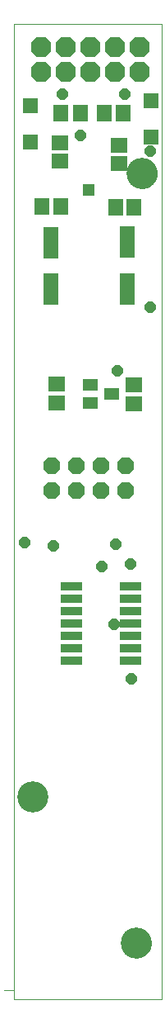
<source format=gbs>
G75*
%MOIN*%
%OFA0B0*%
%FSLAX25Y25*%
%IPPOS*%
%LPD*%
%AMOC8*
5,1,8,0,0,1.08239X$1,22.5*
%
%ADD10C,0.00000*%
%ADD11C,0.12611*%
%ADD12R,0.06312X0.12611*%
%ADD13R,0.05918X0.07099*%
%ADD14R,0.05918X0.06706*%
%ADD15R,0.06312X0.06312*%
%ADD16R,0.08800X0.03400*%
%ADD17OC8,0.08200*%
%ADD18R,0.06706X0.05918*%
%ADD19R,0.06312X0.04737*%
%ADD20OC8,0.06800*%
%ADD21R,0.04762X0.04762*%
%ADD22OC8,0.04369*%
D10*
X0065737Y0017548D02*
X0069674Y0017548D01*
X0069713Y0013611D02*
X0069713Y0407312D01*
X0129713Y0407312D01*
X0129713Y0013611D01*
X0069713Y0013611D01*
X0071485Y0095501D02*
X0071487Y0095654D01*
X0071493Y0095808D01*
X0071503Y0095961D01*
X0071517Y0096113D01*
X0071535Y0096266D01*
X0071557Y0096417D01*
X0071582Y0096568D01*
X0071612Y0096719D01*
X0071646Y0096869D01*
X0071683Y0097017D01*
X0071724Y0097165D01*
X0071769Y0097311D01*
X0071818Y0097457D01*
X0071871Y0097601D01*
X0071927Y0097743D01*
X0071987Y0097884D01*
X0072051Y0098024D01*
X0072118Y0098162D01*
X0072189Y0098298D01*
X0072264Y0098432D01*
X0072341Y0098564D01*
X0072423Y0098694D01*
X0072507Y0098822D01*
X0072595Y0098948D01*
X0072686Y0099071D01*
X0072780Y0099192D01*
X0072878Y0099310D01*
X0072978Y0099426D01*
X0073082Y0099539D01*
X0073188Y0099650D01*
X0073297Y0099758D01*
X0073409Y0099863D01*
X0073523Y0099964D01*
X0073641Y0100063D01*
X0073760Y0100159D01*
X0073882Y0100252D01*
X0074007Y0100341D01*
X0074134Y0100428D01*
X0074263Y0100510D01*
X0074394Y0100590D01*
X0074527Y0100666D01*
X0074662Y0100739D01*
X0074799Y0100808D01*
X0074938Y0100873D01*
X0075078Y0100935D01*
X0075220Y0100993D01*
X0075363Y0101048D01*
X0075508Y0101099D01*
X0075654Y0101146D01*
X0075801Y0101189D01*
X0075949Y0101228D01*
X0076098Y0101264D01*
X0076248Y0101295D01*
X0076399Y0101323D01*
X0076550Y0101347D01*
X0076703Y0101367D01*
X0076855Y0101383D01*
X0077008Y0101395D01*
X0077161Y0101403D01*
X0077314Y0101407D01*
X0077468Y0101407D01*
X0077621Y0101403D01*
X0077774Y0101395D01*
X0077927Y0101383D01*
X0078079Y0101367D01*
X0078232Y0101347D01*
X0078383Y0101323D01*
X0078534Y0101295D01*
X0078684Y0101264D01*
X0078833Y0101228D01*
X0078981Y0101189D01*
X0079128Y0101146D01*
X0079274Y0101099D01*
X0079419Y0101048D01*
X0079562Y0100993D01*
X0079704Y0100935D01*
X0079844Y0100873D01*
X0079983Y0100808D01*
X0080120Y0100739D01*
X0080255Y0100666D01*
X0080388Y0100590D01*
X0080519Y0100510D01*
X0080648Y0100428D01*
X0080775Y0100341D01*
X0080900Y0100252D01*
X0081022Y0100159D01*
X0081141Y0100063D01*
X0081259Y0099964D01*
X0081373Y0099863D01*
X0081485Y0099758D01*
X0081594Y0099650D01*
X0081700Y0099539D01*
X0081804Y0099426D01*
X0081904Y0099310D01*
X0082002Y0099192D01*
X0082096Y0099071D01*
X0082187Y0098948D01*
X0082275Y0098822D01*
X0082359Y0098694D01*
X0082441Y0098564D01*
X0082518Y0098432D01*
X0082593Y0098298D01*
X0082664Y0098162D01*
X0082731Y0098024D01*
X0082795Y0097884D01*
X0082855Y0097743D01*
X0082911Y0097601D01*
X0082964Y0097457D01*
X0083013Y0097311D01*
X0083058Y0097165D01*
X0083099Y0097017D01*
X0083136Y0096869D01*
X0083170Y0096719D01*
X0083200Y0096568D01*
X0083225Y0096417D01*
X0083247Y0096266D01*
X0083265Y0096113D01*
X0083279Y0095961D01*
X0083289Y0095808D01*
X0083295Y0095654D01*
X0083297Y0095501D01*
X0083295Y0095348D01*
X0083289Y0095194D01*
X0083279Y0095041D01*
X0083265Y0094889D01*
X0083247Y0094736D01*
X0083225Y0094585D01*
X0083200Y0094434D01*
X0083170Y0094283D01*
X0083136Y0094133D01*
X0083099Y0093985D01*
X0083058Y0093837D01*
X0083013Y0093691D01*
X0082964Y0093545D01*
X0082911Y0093401D01*
X0082855Y0093259D01*
X0082795Y0093118D01*
X0082731Y0092978D01*
X0082664Y0092840D01*
X0082593Y0092704D01*
X0082518Y0092570D01*
X0082441Y0092438D01*
X0082359Y0092308D01*
X0082275Y0092180D01*
X0082187Y0092054D01*
X0082096Y0091931D01*
X0082002Y0091810D01*
X0081904Y0091692D01*
X0081804Y0091576D01*
X0081700Y0091463D01*
X0081594Y0091352D01*
X0081485Y0091244D01*
X0081373Y0091139D01*
X0081259Y0091038D01*
X0081141Y0090939D01*
X0081022Y0090843D01*
X0080900Y0090750D01*
X0080775Y0090661D01*
X0080648Y0090574D01*
X0080519Y0090492D01*
X0080388Y0090412D01*
X0080255Y0090336D01*
X0080120Y0090263D01*
X0079983Y0090194D01*
X0079844Y0090129D01*
X0079704Y0090067D01*
X0079562Y0090009D01*
X0079419Y0089954D01*
X0079274Y0089903D01*
X0079128Y0089856D01*
X0078981Y0089813D01*
X0078833Y0089774D01*
X0078684Y0089738D01*
X0078534Y0089707D01*
X0078383Y0089679D01*
X0078232Y0089655D01*
X0078079Y0089635D01*
X0077927Y0089619D01*
X0077774Y0089607D01*
X0077621Y0089599D01*
X0077468Y0089595D01*
X0077314Y0089595D01*
X0077161Y0089599D01*
X0077008Y0089607D01*
X0076855Y0089619D01*
X0076703Y0089635D01*
X0076550Y0089655D01*
X0076399Y0089679D01*
X0076248Y0089707D01*
X0076098Y0089738D01*
X0075949Y0089774D01*
X0075801Y0089813D01*
X0075654Y0089856D01*
X0075508Y0089903D01*
X0075363Y0089954D01*
X0075220Y0090009D01*
X0075078Y0090067D01*
X0074938Y0090129D01*
X0074799Y0090194D01*
X0074662Y0090263D01*
X0074527Y0090336D01*
X0074394Y0090412D01*
X0074263Y0090492D01*
X0074134Y0090574D01*
X0074007Y0090661D01*
X0073882Y0090750D01*
X0073760Y0090843D01*
X0073641Y0090939D01*
X0073523Y0091038D01*
X0073409Y0091139D01*
X0073297Y0091244D01*
X0073188Y0091352D01*
X0073082Y0091463D01*
X0072978Y0091576D01*
X0072878Y0091692D01*
X0072780Y0091810D01*
X0072686Y0091931D01*
X0072595Y0092054D01*
X0072507Y0092180D01*
X0072423Y0092308D01*
X0072341Y0092438D01*
X0072264Y0092570D01*
X0072189Y0092704D01*
X0072118Y0092840D01*
X0072051Y0092978D01*
X0071987Y0093118D01*
X0071927Y0093259D01*
X0071871Y0093401D01*
X0071818Y0093545D01*
X0071769Y0093691D01*
X0071724Y0093837D01*
X0071683Y0093985D01*
X0071646Y0094133D01*
X0071612Y0094283D01*
X0071582Y0094434D01*
X0071557Y0094585D01*
X0071535Y0094736D01*
X0071517Y0094889D01*
X0071503Y0095041D01*
X0071493Y0095194D01*
X0071487Y0095348D01*
X0071485Y0095501D01*
X0113611Y0036446D02*
X0113613Y0036599D01*
X0113619Y0036753D01*
X0113629Y0036906D01*
X0113643Y0037058D01*
X0113661Y0037211D01*
X0113683Y0037362D01*
X0113708Y0037513D01*
X0113738Y0037664D01*
X0113772Y0037814D01*
X0113809Y0037962D01*
X0113850Y0038110D01*
X0113895Y0038256D01*
X0113944Y0038402D01*
X0113997Y0038546D01*
X0114053Y0038688D01*
X0114113Y0038829D01*
X0114177Y0038969D01*
X0114244Y0039107D01*
X0114315Y0039243D01*
X0114390Y0039377D01*
X0114467Y0039509D01*
X0114549Y0039639D01*
X0114633Y0039767D01*
X0114721Y0039893D01*
X0114812Y0040016D01*
X0114906Y0040137D01*
X0115004Y0040255D01*
X0115104Y0040371D01*
X0115208Y0040484D01*
X0115314Y0040595D01*
X0115423Y0040703D01*
X0115535Y0040808D01*
X0115649Y0040909D01*
X0115767Y0041008D01*
X0115886Y0041104D01*
X0116008Y0041197D01*
X0116133Y0041286D01*
X0116260Y0041373D01*
X0116389Y0041455D01*
X0116520Y0041535D01*
X0116653Y0041611D01*
X0116788Y0041684D01*
X0116925Y0041753D01*
X0117064Y0041818D01*
X0117204Y0041880D01*
X0117346Y0041938D01*
X0117489Y0041993D01*
X0117634Y0042044D01*
X0117780Y0042091D01*
X0117927Y0042134D01*
X0118075Y0042173D01*
X0118224Y0042209D01*
X0118374Y0042240D01*
X0118525Y0042268D01*
X0118676Y0042292D01*
X0118829Y0042312D01*
X0118981Y0042328D01*
X0119134Y0042340D01*
X0119287Y0042348D01*
X0119440Y0042352D01*
X0119594Y0042352D01*
X0119747Y0042348D01*
X0119900Y0042340D01*
X0120053Y0042328D01*
X0120205Y0042312D01*
X0120358Y0042292D01*
X0120509Y0042268D01*
X0120660Y0042240D01*
X0120810Y0042209D01*
X0120959Y0042173D01*
X0121107Y0042134D01*
X0121254Y0042091D01*
X0121400Y0042044D01*
X0121545Y0041993D01*
X0121688Y0041938D01*
X0121830Y0041880D01*
X0121970Y0041818D01*
X0122109Y0041753D01*
X0122246Y0041684D01*
X0122381Y0041611D01*
X0122514Y0041535D01*
X0122645Y0041455D01*
X0122774Y0041373D01*
X0122901Y0041286D01*
X0123026Y0041197D01*
X0123148Y0041104D01*
X0123267Y0041008D01*
X0123385Y0040909D01*
X0123499Y0040808D01*
X0123611Y0040703D01*
X0123720Y0040595D01*
X0123826Y0040484D01*
X0123930Y0040371D01*
X0124030Y0040255D01*
X0124128Y0040137D01*
X0124222Y0040016D01*
X0124313Y0039893D01*
X0124401Y0039767D01*
X0124485Y0039639D01*
X0124567Y0039509D01*
X0124644Y0039377D01*
X0124719Y0039243D01*
X0124790Y0039107D01*
X0124857Y0038969D01*
X0124921Y0038829D01*
X0124981Y0038688D01*
X0125037Y0038546D01*
X0125090Y0038402D01*
X0125139Y0038256D01*
X0125184Y0038110D01*
X0125225Y0037962D01*
X0125262Y0037814D01*
X0125296Y0037664D01*
X0125326Y0037513D01*
X0125351Y0037362D01*
X0125373Y0037211D01*
X0125391Y0037058D01*
X0125405Y0036906D01*
X0125415Y0036753D01*
X0125421Y0036599D01*
X0125423Y0036446D01*
X0125421Y0036293D01*
X0125415Y0036139D01*
X0125405Y0035986D01*
X0125391Y0035834D01*
X0125373Y0035681D01*
X0125351Y0035530D01*
X0125326Y0035379D01*
X0125296Y0035228D01*
X0125262Y0035078D01*
X0125225Y0034930D01*
X0125184Y0034782D01*
X0125139Y0034636D01*
X0125090Y0034490D01*
X0125037Y0034346D01*
X0124981Y0034204D01*
X0124921Y0034063D01*
X0124857Y0033923D01*
X0124790Y0033785D01*
X0124719Y0033649D01*
X0124644Y0033515D01*
X0124567Y0033383D01*
X0124485Y0033253D01*
X0124401Y0033125D01*
X0124313Y0032999D01*
X0124222Y0032876D01*
X0124128Y0032755D01*
X0124030Y0032637D01*
X0123930Y0032521D01*
X0123826Y0032408D01*
X0123720Y0032297D01*
X0123611Y0032189D01*
X0123499Y0032084D01*
X0123385Y0031983D01*
X0123267Y0031884D01*
X0123148Y0031788D01*
X0123026Y0031695D01*
X0122901Y0031606D01*
X0122774Y0031519D01*
X0122645Y0031437D01*
X0122514Y0031357D01*
X0122381Y0031281D01*
X0122246Y0031208D01*
X0122109Y0031139D01*
X0121970Y0031074D01*
X0121830Y0031012D01*
X0121688Y0030954D01*
X0121545Y0030899D01*
X0121400Y0030848D01*
X0121254Y0030801D01*
X0121107Y0030758D01*
X0120959Y0030719D01*
X0120810Y0030683D01*
X0120660Y0030652D01*
X0120509Y0030624D01*
X0120358Y0030600D01*
X0120205Y0030580D01*
X0120053Y0030564D01*
X0119900Y0030552D01*
X0119747Y0030544D01*
X0119594Y0030540D01*
X0119440Y0030540D01*
X0119287Y0030544D01*
X0119134Y0030552D01*
X0118981Y0030564D01*
X0118829Y0030580D01*
X0118676Y0030600D01*
X0118525Y0030624D01*
X0118374Y0030652D01*
X0118224Y0030683D01*
X0118075Y0030719D01*
X0117927Y0030758D01*
X0117780Y0030801D01*
X0117634Y0030848D01*
X0117489Y0030899D01*
X0117346Y0030954D01*
X0117204Y0031012D01*
X0117064Y0031074D01*
X0116925Y0031139D01*
X0116788Y0031208D01*
X0116653Y0031281D01*
X0116520Y0031357D01*
X0116389Y0031437D01*
X0116260Y0031519D01*
X0116133Y0031606D01*
X0116008Y0031695D01*
X0115886Y0031788D01*
X0115767Y0031884D01*
X0115649Y0031983D01*
X0115535Y0032084D01*
X0115423Y0032189D01*
X0115314Y0032297D01*
X0115208Y0032408D01*
X0115104Y0032521D01*
X0115004Y0032637D01*
X0114906Y0032755D01*
X0114812Y0032876D01*
X0114721Y0032999D01*
X0114633Y0033125D01*
X0114549Y0033253D01*
X0114467Y0033383D01*
X0114390Y0033515D01*
X0114315Y0033649D01*
X0114244Y0033785D01*
X0114177Y0033923D01*
X0114113Y0034063D01*
X0114053Y0034204D01*
X0113997Y0034346D01*
X0113944Y0034490D01*
X0113895Y0034636D01*
X0113850Y0034782D01*
X0113809Y0034930D01*
X0113772Y0035078D01*
X0113738Y0035228D01*
X0113708Y0035379D01*
X0113683Y0035530D01*
X0113661Y0035681D01*
X0113643Y0035834D01*
X0113629Y0035986D01*
X0113619Y0036139D01*
X0113613Y0036293D01*
X0113611Y0036446D01*
X0115973Y0347076D02*
X0115975Y0347229D01*
X0115981Y0347383D01*
X0115991Y0347536D01*
X0116005Y0347688D01*
X0116023Y0347841D01*
X0116045Y0347992D01*
X0116070Y0348143D01*
X0116100Y0348294D01*
X0116134Y0348444D01*
X0116171Y0348592D01*
X0116212Y0348740D01*
X0116257Y0348886D01*
X0116306Y0349032D01*
X0116359Y0349176D01*
X0116415Y0349318D01*
X0116475Y0349459D01*
X0116539Y0349599D01*
X0116606Y0349737D01*
X0116677Y0349873D01*
X0116752Y0350007D01*
X0116829Y0350139D01*
X0116911Y0350269D01*
X0116995Y0350397D01*
X0117083Y0350523D01*
X0117174Y0350646D01*
X0117268Y0350767D01*
X0117366Y0350885D01*
X0117466Y0351001D01*
X0117570Y0351114D01*
X0117676Y0351225D01*
X0117785Y0351333D01*
X0117897Y0351438D01*
X0118011Y0351539D01*
X0118129Y0351638D01*
X0118248Y0351734D01*
X0118370Y0351827D01*
X0118495Y0351916D01*
X0118622Y0352003D01*
X0118751Y0352085D01*
X0118882Y0352165D01*
X0119015Y0352241D01*
X0119150Y0352314D01*
X0119287Y0352383D01*
X0119426Y0352448D01*
X0119566Y0352510D01*
X0119708Y0352568D01*
X0119851Y0352623D01*
X0119996Y0352674D01*
X0120142Y0352721D01*
X0120289Y0352764D01*
X0120437Y0352803D01*
X0120586Y0352839D01*
X0120736Y0352870D01*
X0120887Y0352898D01*
X0121038Y0352922D01*
X0121191Y0352942D01*
X0121343Y0352958D01*
X0121496Y0352970D01*
X0121649Y0352978D01*
X0121802Y0352982D01*
X0121956Y0352982D01*
X0122109Y0352978D01*
X0122262Y0352970D01*
X0122415Y0352958D01*
X0122567Y0352942D01*
X0122720Y0352922D01*
X0122871Y0352898D01*
X0123022Y0352870D01*
X0123172Y0352839D01*
X0123321Y0352803D01*
X0123469Y0352764D01*
X0123616Y0352721D01*
X0123762Y0352674D01*
X0123907Y0352623D01*
X0124050Y0352568D01*
X0124192Y0352510D01*
X0124332Y0352448D01*
X0124471Y0352383D01*
X0124608Y0352314D01*
X0124743Y0352241D01*
X0124876Y0352165D01*
X0125007Y0352085D01*
X0125136Y0352003D01*
X0125263Y0351916D01*
X0125388Y0351827D01*
X0125510Y0351734D01*
X0125629Y0351638D01*
X0125747Y0351539D01*
X0125861Y0351438D01*
X0125973Y0351333D01*
X0126082Y0351225D01*
X0126188Y0351114D01*
X0126292Y0351001D01*
X0126392Y0350885D01*
X0126490Y0350767D01*
X0126584Y0350646D01*
X0126675Y0350523D01*
X0126763Y0350397D01*
X0126847Y0350269D01*
X0126929Y0350139D01*
X0127006Y0350007D01*
X0127081Y0349873D01*
X0127152Y0349737D01*
X0127219Y0349599D01*
X0127283Y0349459D01*
X0127343Y0349318D01*
X0127399Y0349176D01*
X0127452Y0349032D01*
X0127501Y0348886D01*
X0127546Y0348740D01*
X0127587Y0348592D01*
X0127624Y0348444D01*
X0127658Y0348294D01*
X0127688Y0348143D01*
X0127713Y0347992D01*
X0127735Y0347841D01*
X0127753Y0347688D01*
X0127767Y0347536D01*
X0127777Y0347383D01*
X0127783Y0347229D01*
X0127785Y0347076D01*
X0127783Y0346923D01*
X0127777Y0346769D01*
X0127767Y0346616D01*
X0127753Y0346464D01*
X0127735Y0346311D01*
X0127713Y0346160D01*
X0127688Y0346009D01*
X0127658Y0345858D01*
X0127624Y0345708D01*
X0127587Y0345560D01*
X0127546Y0345412D01*
X0127501Y0345266D01*
X0127452Y0345120D01*
X0127399Y0344976D01*
X0127343Y0344834D01*
X0127283Y0344693D01*
X0127219Y0344553D01*
X0127152Y0344415D01*
X0127081Y0344279D01*
X0127006Y0344145D01*
X0126929Y0344013D01*
X0126847Y0343883D01*
X0126763Y0343755D01*
X0126675Y0343629D01*
X0126584Y0343506D01*
X0126490Y0343385D01*
X0126392Y0343267D01*
X0126292Y0343151D01*
X0126188Y0343038D01*
X0126082Y0342927D01*
X0125973Y0342819D01*
X0125861Y0342714D01*
X0125747Y0342613D01*
X0125629Y0342514D01*
X0125510Y0342418D01*
X0125388Y0342325D01*
X0125263Y0342236D01*
X0125136Y0342149D01*
X0125007Y0342067D01*
X0124876Y0341987D01*
X0124743Y0341911D01*
X0124608Y0341838D01*
X0124471Y0341769D01*
X0124332Y0341704D01*
X0124192Y0341642D01*
X0124050Y0341584D01*
X0123907Y0341529D01*
X0123762Y0341478D01*
X0123616Y0341431D01*
X0123469Y0341388D01*
X0123321Y0341349D01*
X0123172Y0341313D01*
X0123022Y0341282D01*
X0122871Y0341254D01*
X0122720Y0341230D01*
X0122567Y0341210D01*
X0122415Y0341194D01*
X0122262Y0341182D01*
X0122109Y0341174D01*
X0121956Y0341170D01*
X0121802Y0341170D01*
X0121649Y0341174D01*
X0121496Y0341182D01*
X0121343Y0341194D01*
X0121191Y0341210D01*
X0121038Y0341230D01*
X0120887Y0341254D01*
X0120736Y0341282D01*
X0120586Y0341313D01*
X0120437Y0341349D01*
X0120289Y0341388D01*
X0120142Y0341431D01*
X0119996Y0341478D01*
X0119851Y0341529D01*
X0119708Y0341584D01*
X0119566Y0341642D01*
X0119426Y0341704D01*
X0119287Y0341769D01*
X0119150Y0341838D01*
X0119015Y0341911D01*
X0118882Y0341987D01*
X0118751Y0342067D01*
X0118622Y0342149D01*
X0118495Y0342236D01*
X0118370Y0342325D01*
X0118248Y0342418D01*
X0118129Y0342514D01*
X0118011Y0342613D01*
X0117897Y0342714D01*
X0117785Y0342819D01*
X0117676Y0342927D01*
X0117570Y0343038D01*
X0117466Y0343151D01*
X0117366Y0343267D01*
X0117268Y0343385D01*
X0117174Y0343506D01*
X0117083Y0343629D01*
X0116995Y0343755D01*
X0116911Y0343883D01*
X0116829Y0344013D01*
X0116752Y0344145D01*
X0116677Y0344279D01*
X0116606Y0344415D01*
X0116539Y0344553D01*
X0116475Y0344693D01*
X0116415Y0344834D01*
X0116359Y0344976D01*
X0116306Y0345120D01*
X0116257Y0345266D01*
X0116212Y0345412D01*
X0116171Y0345560D01*
X0116134Y0345708D01*
X0116100Y0345858D01*
X0116070Y0346009D01*
X0116045Y0346160D01*
X0116023Y0346311D01*
X0116005Y0346464D01*
X0115991Y0346616D01*
X0115981Y0346769D01*
X0115975Y0346923D01*
X0115973Y0347076D01*
D11*
X0121879Y0347076D03*
X0077391Y0095501D03*
X0119517Y0036446D03*
D12*
X0115658Y0300422D03*
X0115658Y0319320D03*
X0084674Y0319241D03*
X0084674Y0300343D03*
D13*
X0081013Y0333887D03*
X0088887Y0333887D03*
X0088808Y0371288D03*
X0096682Y0371288D03*
X0106367Y0371288D03*
X0114241Y0371288D03*
D14*
X0111091Y0333296D03*
X0118572Y0333296D03*
D15*
X0125619Y0361603D03*
X0125619Y0376564D03*
X0076406Y0374595D03*
X0076406Y0359635D03*
D16*
X0093046Y0180461D03*
X0093046Y0175461D03*
X0093046Y0170461D03*
X0093046Y0165461D03*
X0093046Y0160461D03*
X0093046Y0155461D03*
X0093046Y0150461D03*
X0117246Y0150461D03*
X0117246Y0155461D03*
X0117246Y0160461D03*
X0117246Y0165461D03*
X0117246Y0170461D03*
X0117246Y0175461D03*
X0117246Y0180461D03*
D17*
X0120658Y0387981D03*
X0120658Y0397981D03*
X0110658Y0397981D03*
X0110658Y0387981D03*
X0100658Y0387981D03*
X0100658Y0397981D03*
X0090658Y0397981D03*
X0090658Y0387981D03*
X0080658Y0387981D03*
X0080658Y0397981D03*
D18*
X0088611Y0359517D03*
X0088611Y0352036D03*
X0112627Y0351052D03*
X0112627Y0358532D03*
X0118335Y0261682D03*
X0118335Y0254202D03*
X0087036Y0254517D03*
X0087036Y0261997D03*
D19*
X0100816Y0261879D03*
X0100816Y0254398D03*
X0109477Y0258139D03*
D20*
X0105225Y0229241D03*
X0105225Y0219241D03*
X0095225Y0219241D03*
X0095225Y0229241D03*
X0085225Y0229241D03*
X0085225Y0219241D03*
X0115225Y0219241D03*
X0115225Y0229241D03*
D21*
X0100225Y0340383D03*
D22*
X0096682Y0362430D03*
X0089595Y0378965D03*
X0114792Y0378965D03*
X0125028Y0356131D03*
X0125028Y0293139D03*
X0111643Y0267548D03*
X0111249Y0197469D03*
X0117154Y0189595D03*
X0110461Y0165186D03*
X0117548Y0143139D03*
X0105343Y0188414D03*
X0085658Y0196682D03*
X0074241Y0198257D03*
M02*

</source>
